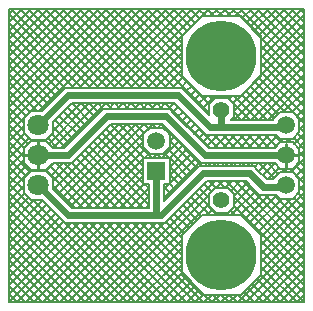
<source format=gbr>
%TF.GenerationSoftware,Altium Limited,Altium Designer,21.8.1 (53)*%
G04 Layer_Physical_Order=1*
G04 Layer_Color=255*
%FSLAX43Y43*%
%MOMM*%
%TF.SameCoordinates,0F9CA4FB-8759-410D-9958-79F17413BB1C*%
%TF.FilePolarity,Positive*%
%TF.FileFunction,Copper,L1,Top,Signal*%
%TF.Part,Single*%
G01*
G75*
%TA.AperFunction,NonConductor*%
%ADD10C,0.203*%
%ADD11C,0.254*%
%TA.AperFunction,Conductor*%
%ADD12C,0.600*%
%ADD13C,0.400*%
%TA.AperFunction,ComponentPad*%
%ADD14C,1.800*%
%ADD15C,1.500*%
%ADD16R,1.500X1.500*%
%TA.AperFunction,ViaPad*%
%ADD17C,6.000*%
%TA.AperFunction,ComponentPad*%
%ADD18C,1.400*%
D10*
X24421Y25357D02*
X25517Y24261D01*
X23703Y25357D02*
X25517Y23543D01*
X22985Y25357D02*
X25517Y22825D01*
X22266Y25357D02*
X25517Y22106D01*
X21856Y21137D02*
X25517Y24799D01*
X21856Y22574D02*
X24639Y25357D01*
X21856Y21856D02*
X25357Y25357D01*
X21718Y23155D02*
X23921Y25357D01*
X25140D02*
X25517Y24980D01*
X21856Y21856D02*
X25357Y25357D01*
X21856Y20739D02*
X25517Y17077D01*
X21856Y20021D02*
X25517Y16359D01*
X21856Y21458D02*
X25517Y17796D01*
X23750Y16566D02*
X25517Y18333D01*
X22431Y15965D02*
X25517Y19052D01*
X21856Y19700D02*
X25517Y23362D01*
X21856Y19662D02*
Y23018D01*
Y20419D02*
X25517Y24081D01*
X21856Y22176D02*
X25517Y18514D01*
X21856Y22894D02*
X25517Y19233D01*
X21359Y23514D02*
X23202Y25357D01*
X21548D02*
X25517Y21388D01*
X21000Y23874D02*
X22484Y25357D01*
X20829D02*
X25517Y20669D01*
X20111Y25357D02*
X25517Y19951D01*
X20641Y24233D02*
X21765Y25357D01*
X20178Y24696D02*
X21856Y23018D01*
X20054Y24696D02*
X21856Y22894D01*
X20178Y17984D02*
X21856Y19662D01*
X20140Y17984D02*
X21856Y19700D01*
X20276Y15965D02*
X25517Y21207D01*
X20994Y15965D02*
X25517Y20488D01*
X19557Y15965D02*
X25517Y21925D01*
X21712Y15965D02*
X25517Y19770D01*
X21676Y19482D02*
X25517Y15640D01*
X21316Y19123D02*
X23874Y16566D01*
X19556Y16682D02*
X25517Y22644D01*
X20957Y18764D02*
X23301Y16420D01*
X20598Y18405D02*
X22942Y16060D01*
X25106Y15766D02*
X25517Y16178D01*
X25106Y15048D02*
X25517Y15460D01*
X24870Y16249D02*
X25517Y16896D01*
X25106Y15334D02*
X25517Y14922D01*
X24960Y14761D02*
X25517Y14204D01*
X24553Y16566D02*
X25106Y16013D01*
Y14907D02*
Y16013D01*
X24468Y16566D02*
X25517Y17615D01*
X24553Y14354D02*
X25106Y14907D01*
X23930Y14354D02*
X24259Y14026D01*
X24677Y13901D02*
X25517Y14741D01*
X25037Y13542D02*
X25517Y14023D01*
X24600Y14402D02*
X25517Y13485D01*
X25106Y13179D02*
X25517Y12767D01*
X25106Y12892D02*
X25517Y13304D01*
X24083Y14026D02*
X24412Y14354D01*
X24553Y14026D02*
X25106Y13473D01*
Y12367D02*
Y13473D01*
X23447Y16566D02*
X24553D01*
X23148Y14654D02*
X23447Y14354D01*
X22912Y14654D02*
X23540Y14026D01*
X23447D02*
X24553D01*
X23447Y14354D02*
X24553D01*
X22894Y16013D02*
X23447Y16566D01*
X20239Y18045D02*
X22319Y15965D01*
X19318D02*
X22894D01*
X22193Y14654D02*
X23134Y13713D01*
X17843Y14654D02*
X23148D01*
X22915Y13576D02*
X23694Y14354D01*
X22997Y13576D02*
X23447Y14026D01*
X22197Y13576D02*
X23211Y14590D01*
X17412Y12264D02*
X22997D01*
X17412Y13576D02*
X22997D01*
X20760D02*
X21838Y14654D01*
X20757D02*
X21835Y13576D01*
X21478D02*
X22556Y14654D01*
X21475D02*
X22553Y13576D01*
X19393Y25357D02*
X20054Y24696D01*
X19667D02*
X20328Y25357D01*
X18948Y24696D02*
X19610Y25357D01*
X20281Y24592D02*
X21047Y25357D01*
X16822Y17984D02*
X20178D01*
X17511Y24696D02*
X18173Y25357D01*
X17956D02*
X18618Y24696D01*
X17237Y25357D02*
X17899Y24696D01*
X18674Y25357D02*
X19336Y24696D01*
X18230D02*
X18892Y25357D01*
X19125Y17688D02*
X19421Y17984D01*
X19484Y17329D02*
X20140Y17984D01*
X18863D02*
X20882Y15965D01*
X19581Y17984D02*
X21601Y15965D01*
X17972Y17786D02*
X19028D01*
X17426Y17984D02*
X17799Y17612D01*
X16904Y16904D02*
X17984Y17984D01*
X16904Y16904D02*
X17984Y17984D01*
X18504Y17786D02*
X18703Y17984D01*
X18144D02*
X18343Y17786D01*
X16519Y25357D02*
X17181Y24696D01*
X15800Y25357D02*
X16642Y24516D01*
X15082Y25357D02*
X16283Y24156D01*
X16822Y24696D02*
X20178D01*
X15144Y23018D02*
X16822Y24696D01*
X14364Y25357D02*
X15924Y23797D01*
X15144Y19662D02*
Y23018D01*
X14345Y18656D02*
X15248Y19559D01*
X14497Y18656D02*
X15152D01*
X14497D02*
X15152D01*
X15826Y17982D02*
X16326Y18481D01*
X15480Y18328D02*
X17444Y16363D01*
X15144Y19662D02*
X16822Y17984D01*
X16545Y17263D02*
X17266Y17984D01*
X16185Y17622D02*
X16685Y18122D01*
X15467Y18341D02*
X15966Y18840D01*
X15064Y18656D02*
X15607Y19199D01*
X15152Y18656D02*
X15480Y18328D01*
X15152Y18656D02*
X15480Y18328D01*
X19556Y16202D02*
Y17258D01*
Y16573D02*
X20164Y15965D01*
X19028Y17786D02*
X19556Y17258D01*
X19382Y16029D02*
X19445Y15965D01*
X19318D02*
X19556Y16202D01*
X17444Y17258D02*
X17972Y17786D01*
X17444Y16363D02*
Y17258D01*
X17263Y16545D02*
X17444Y16726D01*
X17187Y14654D02*
X17843D01*
X17187D02*
X17843D01*
X19320D02*
X20398Y13576D01*
X19323D02*
X20401Y14654D01*
X18605Y13576D02*
X19683Y14654D01*
X20041Y13576D02*
X21120Y14654D01*
X20038D02*
X21116Y13576D01*
X17290Y13698D02*
X18246Y14654D01*
X17883D02*
X18961Y13576D01*
X16931Y14057D02*
X17528Y14654D01*
X18601D02*
X19680Y13576D01*
X17886D02*
X18964Y14654D01*
X15494Y15494D02*
X15920Y15920D01*
X15494Y15494D02*
X15920Y15920D01*
X14497Y17344D02*
X16859Y14982D01*
X16212Y14775D02*
X16639Y15202D01*
X15853Y15134D02*
X16280Y15561D01*
X14416Y16571D02*
X14843Y16998D01*
X14108Y16880D02*
X14436Y16552D01*
X14108Y16880D02*
X14436Y16552D01*
X15134Y15853D02*
X15561Y16280D01*
X14775Y16212D02*
X15202Y16639D01*
X16859Y14982D02*
X17187Y14654D01*
X14474Y17344D02*
X18243Y13576D01*
X14436Y16552D02*
X17412Y13576D01*
X16756Y12264D02*
X17412D01*
X16756D02*
X17412D01*
X16859Y14982D02*
X17187Y14654D01*
X16571Y14416D02*
X16998Y14843D01*
X14106Y14106D02*
X14510Y14510D01*
X14106Y13612D02*
Y14718D01*
X25106Y12460D02*
X25517Y12048D01*
X24553Y11814D02*
X25106Y12367D01*
X24417Y11486D02*
X25517Y12586D01*
X24793Y12054D02*
X25517Y11330D01*
X23447Y11486D02*
X24553D01*
X23596Y11814D02*
X23925Y11486D01*
X22997Y12264D02*
X23447Y11814D01*
X23699Y11486D02*
X24028Y11814D01*
X23447D02*
X24553D01*
X25106Y10019D02*
X25517Y10431D01*
Y483D02*
Y25357D01*
X24314Y11814D02*
X25517Y10611D01*
X25106Y10305D02*
X25517Y9893D01*
X24985Y9707D02*
X25517Y9175D01*
X24844Y11194D02*
X25517Y11867D01*
X25106Y10737D02*
X25517Y11149D01*
X24553Y11486D02*
X25106Y10933D01*
Y9827D02*
Y10933D01*
X24553Y9274D02*
X25106Y9827D01*
X22428Y12264D02*
X23327Y11365D01*
X22025Y11249D02*
X23019Y12243D01*
X21709Y12264D02*
X22968Y11006D01*
X22894Y10933D02*
X23447Y11486D01*
X22363Y10911D02*
X22894D01*
X21306Y11967D02*
X21604Y12264D01*
X21666Y11608D02*
X22322Y12264D01*
X21220Y12054D02*
X21548Y11726D01*
X22363Y10911D01*
X21220Y12054D02*
X21548Y11726D01*
X22405Y10911D02*
X23378Y11883D01*
X20358Y10742D02*
X25517Y5583D01*
X19639Y10742D02*
X25517Y4864D01*
X21856Y6050D02*
X25517Y9712D01*
X18921Y10742D02*
X25517Y4146D01*
X21379Y9927D02*
X21707Y9599D01*
X20564Y10742D02*
X21379Y9927D01*
X21707Y9599D01*
X19350Y7856D02*
X21401Y9906D01*
X22937Y9599D02*
X25517Y7019D01*
X22219Y9599D02*
X25517Y6301D01*
X21856Y5332D02*
X25517Y8994D01*
X21856Y3177D02*
X25517Y6838D01*
X21856Y3895D02*
X25517Y7557D01*
X23122Y9599D02*
X23447Y9274D01*
X24626Y9348D02*
X25517Y8456D01*
X22363Y9599D02*
X23122D01*
X23981Y9274D02*
X25517Y7738D01*
X23447Y9274D02*
X24553D01*
X22754Y483D02*
X25517Y3246D01*
X23472Y483D02*
X25517Y2528D01*
X22035Y483D02*
X25517Y3965D01*
X24909Y483D02*
X25517Y1091D01*
X24191Y483D02*
X25517Y1809D01*
X21856Y5652D02*
X25517Y1990D01*
X21856Y4934D02*
X25517Y1272D01*
X21856Y2822D02*
Y6178D01*
Y3497D02*
X24870Y483D01*
X21856Y4215D02*
X25517Y554D01*
X20842Y7192D02*
X23186Y9536D01*
X21201Y6832D02*
X23643Y9274D01*
X19556Y9389D02*
X25517Y3427D01*
X21856Y4613D02*
X25517Y8275D01*
X21560Y6473D02*
X24361Y9274D01*
X21707Y9599D02*
X22363D01*
X21707D02*
X22363D01*
X20069Y7856D02*
X21813Y9599D01*
X20482Y7551D02*
X22531Y9599D01*
X20178Y7856D02*
X21856Y6178D01*
X19880Y483D02*
X25517Y6120D01*
X20598Y483D02*
X25517Y5402D01*
X19556Y8671D02*
X25517Y2709D01*
X21834Y2800D02*
X24152Y483D01*
X21317D02*
X25517Y4683D01*
X21475Y2441D02*
X23433Y483D01*
X20178Y1144D02*
X21856Y2822D01*
X21115Y2082D02*
X22715Y483D01*
X20756Y1723D02*
X21996Y483D01*
X19956Y12054D02*
X20167Y12264D01*
X20272D02*
X20483Y12054D01*
X19554Y12264D02*
X19765Y12054D01*
X20564D02*
X21220D01*
X20564D02*
X21220D01*
X18117Y12264D02*
X18328Y12054D01*
X18519D02*
X18730Y12264D01*
X17801Y12054D02*
X18012Y12264D01*
X19238Y12054D02*
X19449Y12264D01*
X18836D02*
X19046Y12054D01*
X20675D02*
X20885Y12264D01*
X20991D02*
X21202Y12054D01*
X19266Y9927D02*
X20082Y10742D01*
X19556Y8779D02*
X21041Y10265D01*
X19556Y9498D02*
X20682Y10624D01*
X18202Y10742D02*
X18779Y10166D01*
X18787D02*
X19363Y10742D01*
X18068Y10166D02*
X18645Y10742D01*
X19028Y10166D02*
X19556Y9638D01*
X17972Y10166D02*
X19028D01*
X17083Y12054D02*
X17293Y12264D01*
X17399D02*
X17610Y12054D01*
X16627D02*
X17283D01*
X20564D01*
X16627D02*
X17283D01*
X16428Y12592D02*
X16756Y12264D01*
X16428Y12592D02*
X16756Y12264D01*
X14106Y11950D02*
X15588Y13433D01*
X16299Y11726D02*
X16627Y12054D01*
X16299Y11726D02*
X16627Y12054D01*
X17283Y10742D02*
X20564D01*
X17484D02*
X18061Y10166D01*
X17024Y10484D02*
X17657Y9851D01*
X17444Y9638D02*
X17972Y10166D01*
X16665Y10125D02*
X17444Y9345D01*
X14106Y12684D02*
X15682Y11108D01*
X14106Y11232D02*
X15947Y13073D01*
X14106Y10529D02*
X14604Y10030D01*
X14106Y11965D02*
X15322Y10749D01*
X19556Y8582D02*
Y9638D01*
X19028Y8054D02*
X19556Y8582D01*
X18017Y8054D02*
X18215Y7856D01*
X18632D02*
X18831Y8054D01*
X17972D02*
X19028D01*
X17444Y8627D02*
X18017Y8054D01*
X17444Y8582D02*
X17972Y8054D01*
X17444Y8582D02*
Y9638D01*
X17913Y7856D02*
X18112Y8054D01*
X17195Y7856D02*
X17683Y8344D01*
X19241Y8267D02*
X19652Y7856D01*
X20397Y1364D02*
X21278Y483D01*
X19162D02*
X19823Y1144D01*
X19898D02*
X20559Y483D01*
X19179Y1144D02*
X19841Y483D01*
X18735Y8054D02*
X18934Y7856D01*
X17742Y1144D02*
X18404Y483D01*
X17725D02*
X18387Y1144D01*
X18461D02*
X19123Y483D01*
X18443D02*
X19105Y1144D01*
X16306Y9765D02*
X17444Y8627D01*
X15946Y9406D02*
X17497Y7856D01*
X15587Y9047D02*
X16800Y7834D01*
X16822Y7856D02*
X20178D01*
X15144Y6178D02*
X16822Y7856D01*
X15228Y8688D02*
X16441Y7475D01*
X14869Y8328D02*
X16082Y7115D01*
X14510Y7969D02*
X15723Y6756D01*
X15144Y2822D02*
Y6178D01*
X14150Y7610D02*
X15364Y6397D01*
X16288Y483D02*
X16950Y1144D01*
X17006Y483D02*
X17668Y1144D01*
X15144Y3024D02*
X17024Y1144D01*
X17686Y483D01*
X16822Y1144D02*
X20178D01*
X15144Y2822D02*
X16822Y1144D01*
X14133Y483D02*
X15808Y2158D01*
X15569Y483D02*
X16527Y1440D01*
X14851Y483D02*
X16168Y1799D01*
X13645Y25357D02*
X15565Y23438D01*
X12927Y25357D02*
X15205Y23079D01*
X10035Y18656D02*
X16736Y25357D01*
X12190Y18656D02*
X15144Y21610D01*
X10753Y18656D02*
X17455Y25357D01*
X12208D02*
X15144Y22421D01*
X11490Y25357D02*
X15144Y21703D01*
X10771Y25357D02*
X15144Y20984D01*
X11471Y18656D02*
X15144Y22329D01*
X10053Y25357D02*
X15144Y20266D01*
X12908Y18656D02*
X15144Y20892D01*
X13627Y18656D02*
X15144Y20173D01*
X9335Y25357D02*
X17444Y17248D01*
X13037Y17344D02*
X13502Y16880D01*
X12569D02*
X13034Y17344D01*
X11132Y16880D02*
X11597Y17344D01*
X11600D02*
X12065Y16880D01*
X10882Y17344D02*
X11347Y16880D01*
X12319Y17344D02*
X12783Y16880D01*
X11851D02*
X12315Y17344D01*
X6461Y25357D02*
X13163Y18656D01*
X7161D02*
X13863Y25357D01*
X6442Y18656D02*
X13144Y25357D01*
X5868Y18656D02*
X14497D01*
X483Y25357D02*
X25517D01*
X4306D02*
X11007Y18656D01*
X5024Y25357D02*
X11726Y18656D01*
X3587Y25357D02*
X10289Y18656D01*
X5743Y25357D02*
X12444Y18656D01*
X5724D02*
X12426Y25357D01*
X7898D02*
X14600Y18656D01*
X8598D02*
X15300Y25357D01*
X7879Y18656D02*
X14581Y25357D01*
X9316Y18656D02*
X16018Y25357D01*
X8616D02*
X17444Y16529D01*
X483Y14851D02*
X10989Y25357D01*
X483Y15569D02*
X10271Y25357D01*
X7179D02*
X13881Y18656D01*
X3066Y16716D02*
X11707Y25357D01*
X13452Y16880D02*
X14108D01*
X14006D02*
X14471Y17344D01*
X13452Y16880D02*
X14108D01*
X14106Y14106D02*
X14510Y14510D01*
X14052Y14771D02*
X14151Y14870D01*
X13287Y16880D02*
X13752Y17344D01*
X13115Y15271D02*
X13413Y15568D01*
X12658D02*
X12956Y15271D01*
X13693Y15130D02*
X13792Y15229D01*
X13553Y15271D02*
X14106Y14718D01*
X13756Y17344D02*
X17524Y13576D01*
X13452Y15568D02*
X16428Y12592D01*
X13449Y12731D02*
X14870Y14151D01*
X14106Y12669D02*
X15229Y13792D01*
X13553Y13059D02*
X14106Y13612D01*
X12731Y12731D02*
X13059Y13059D01*
X13641Y13148D02*
X14059Y12731D01*
X12731D02*
X13059Y13059D01*
X13012D02*
X13340Y12731D01*
X12447Y13059D02*
X13553D01*
X9155Y16880D02*
X13452D01*
X11939Y15568D02*
X12342Y15166D01*
X5868Y17344D02*
X14497D01*
X12447Y15271D02*
X13553D01*
X9155Y15568D02*
X13452D01*
X9695Y16880D02*
X10160Y17344D01*
X10163D02*
X10628Y16880D01*
X9445Y17344D02*
X9910Y16880D01*
X11221Y15568D02*
X11983Y14806D01*
X10414Y16880D02*
X10879Y17344D01*
X11894Y14718D02*
X12447Y15271D01*
X11894Y13612D02*
X12447Y13059D01*
X9784Y15568D02*
X12622Y12731D01*
X12012D02*
X12394Y13113D01*
X11894Y12731D02*
X14106D01*
X10503Y15568D02*
X11894Y14177D01*
X9110Y15524D02*
X11904Y12731D01*
X11894Y12613D02*
X12012Y12731D01*
X11894Y13612D02*
Y14718D01*
X1432Y25357D02*
X8134Y18656D01*
X2150Y25357D02*
X8852Y18656D01*
X714Y25357D02*
X7415Y18656D01*
X5212D02*
X5868D01*
X2869Y25357D02*
X9571Y18656D01*
X4884Y18328D02*
X5212Y18656D01*
X483Y22715D02*
X4877Y18320D01*
X483Y23433D02*
X5260Y18656D01*
X5212D02*
X5868D01*
X4884Y18328D02*
X5212Y18656D01*
X8008Y17344D02*
X8486Y16867D01*
X7290Y17344D02*
X8127Y16507D01*
X4955Y13576D02*
X8723Y17344D01*
X8977Y16880D02*
X9442Y17344D01*
X8727D02*
X9191Y16880D01*
X483Y21278D02*
X4159Y17602D01*
X483Y20559D02*
X3799Y17243D01*
X483Y21996D02*
X4518Y17961D01*
X6571Y17344D02*
X7768Y16148D01*
X3272Y16716D02*
X4884Y18328D01*
X483Y20598D02*
X5242Y25357D01*
X483Y19880D02*
X5960Y25357D01*
X483Y21317D02*
X4523Y25357D01*
X483Y24870D02*
X6697Y18656D01*
X483Y19162D02*
X6678Y25357D01*
X483Y24191D02*
X1650Y25357D01*
X483Y23472D02*
X2368Y25357D01*
X483Y24909D02*
X931Y25357D01*
X483Y22035D02*
X3805Y25357D01*
X483Y22754D02*
X3086Y25357D01*
X483Y17725D02*
X8115Y25357D01*
X483Y17006D02*
X8834Y25357D01*
X483Y18443D02*
X7397Y25357D01*
X483Y24152D02*
X5979Y18656D01*
X483Y16288D02*
X9552Y25357D01*
X483Y19123D02*
X2890Y16716D01*
X483Y19841D02*
X3440Y16884D01*
X483Y17686D02*
X1912Y16256D01*
X483Y18404D02*
X2272Y16615D01*
X8171Y16552D02*
X8499Y16880D01*
X8171Y16552D02*
X8499Y16880D01*
X5860Y17337D02*
X7408Y15789D01*
X8499Y16880D02*
X9155D01*
X8499D02*
X9155D01*
X5501Y16978D02*
X7049Y15430D01*
X4256Y15032D02*
X6568Y17344D01*
X4256Y15732D02*
X5868Y17344D01*
X5142Y16619D02*
X6690Y15070D01*
X4256Y14832D02*
Y15732D01*
X4236Y13576D02*
X8005Y17344D01*
X5195Y13576D02*
X8171Y16552D01*
X3873Y13931D02*
X7287Y17344D01*
X6179Y12592D02*
X9155Y15568D01*
X4783Y16259D02*
X6331Y14711D01*
X4424Y15900D02*
X5972Y14352D01*
X4256Y15350D02*
X5612Y13993D01*
X4155Y14732D02*
X5253Y13634D01*
X4228Y13576D02*
X5195D01*
X3796Y14372D02*
X4593Y13576D01*
X2372Y16716D02*
X3272D01*
X3628Y14204D02*
X4256Y14832D01*
X1744D02*
X2372Y14204D01*
Y14176D02*
X3628D01*
X2372Y14204D02*
X3628D01*
X1744Y16088D02*
X2372Y16716D01*
X483Y16249D02*
X1744Y14987D01*
X483Y16967D02*
X1744Y15706D01*
Y14832D02*
Y16088D01*
X483Y14133D02*
X1744Y15394D01*
X3628Y14176D02*
X4228Y13576D01*
X1744Y13548D02*
X2372Y14176D01*
X483Y12696D02*
X2182Y14395D01*
X483Y14812D02*
X1746Y13549D01*
X483Y15531D02*
X2105Y13908D01*
X483Y14094D02*
X1744Y12832D01*
X483Y13414D02*
X1823Y14754D01*
X14106Y14121D02*
X16400Y11826D01*
X14001Y13507D02*
X16041Y11467D01*
X13376Y15568D02*
X16891Y12054D01*
X14106Y11247D02*
X14963Y10389D01*
X14106Y10519D02*
Y12731D01*
X11894Y10585D02*
X11960Y10519D01*
X11894D02*
X12344D01*
X11894D02*
Y12731D01*
X13656Y10519D02*
X14106D01*
X11960D02*
X12344Y10135D01*
X13656Y9345D02*
X16666Y12355D01*
X13656Y9082D02*
X16299Y11726D01*
X13656Y10063D02*
X16306Y12714D01*
X14053Y7512D02*
X17283Y10742D01*
X13656Y10260D02*
X14245Y9671D01*
X13656Y9082D02*
Y10519D01*
X12344Y8496D02*
Y10519D01*
X10651Y8496D02*
X12344Y10189D01*
X13656Y9542D02*
X13885Y9312D01*
X11369Y8496D02*
X12344Y9471D01*
X7673Y14087D02*
X12344Y9416D01*
X5745Y8619D02*
X12695Y15568D01*
X5386Y8978D02*
X11976Y15568D01*
X7314Y13728D02*
X12344Y8698D01*
X6340Y8496D02*
X11894Y14050D01*
X8751Y15165D02*
X11894Y12021D01*
X8392Y14805D02*
X11894Y11303D01*
X5026Y9337D02*
X11258Y15568D01*
X8033Y14446D02*
X11894Y10585D01*
X6955Y13369D02*
X11828Y8496D01*
X9214D02*
X11894Y11176D01*
X7667Y483D02*
X17927Y10742D01*
X7059Y8496D02*
X12035Y13472D01*
X9932Y8496D02*
X11956Y10519D01*
X8385Y483D02*
X17444Y9542D01*
X8496Y8496D02*
X11894Y11894D01*
X7777Y8496D02*
X11894Y12613D01*
X8496Y8496D02*
X11894Y11894D01*
X2578Y9124D02*
X11220Y483D01*
X13069Y7184D02*
X13328D01*
X13069D02*
X13328D01*
X13069D02*
X13328D01*
X13725D01*
X13328D02*
X13725D01*
X12672D02*
X13069D01*
X12672D02*
X13069D01*
X12088Y8496D02*
X12344Y8752D01*
X13069Y7184D02*
X13328D01*
X12672D02*
X13069D01*
X11702D02*
X15144Y3742D01*
X11977Y483D02*
X15144Y3650D01*
X11259Y483D02*
X15144Y4368D01*
X13414Y483D02*
X15449Y2518D01*
X12696Y483D02*
X15144Y2931D01*
X13725Y7184D02*
X14053Y7512D01*
X13791Y7251D02*
X15144Y5898D01*
X13725Y7184D02*
X14053Y7512D01*
X13139Y7184D02*
X15144Y5179D01*
X12421Y7184D02*
X15144Y4461D01*
X6230Y483D02*
X12932Y7184D01*
X6673D02*
X13375Y483D01*
X5868Y7184D02*
X12672D01*
X10984D02*
X15144Y3024D01*
X483Y483D02*
X25517D01*
X5868Y8496D02*
X12344D01*
X5237Y7184D02*
X11938Y483D01*
X4793D02*
X11495Y7184D01*
X5955D02*
X12657Y483D01*
X5512D02*
X12213Y7184D01*
X9104Y483D02*
X17444Y8823D01*
X9547Y7184D02*
X16249Y483D01*
X8829Y7184D02*
X15531Y483D01*
X10540D02*
X15144Y5087D01*
X10266Y7184D02*
X16967Y483D01*
X7392Y7184D02*
X14094Y483D01*
X6948D02*
X13650Y7184D01*
X9822Y483D02*
X15144Y5805D01*
X8110Y7184D02*
X14812Y483D01*
X5851Y12264D02*
X6179Y12592D01*
X5851Y12264D02*
X6179Y12592D01*
X4256Y10721D02*
X5799Y12264D01*
X5195D02*
X5851D01*
X5195D02*
X5851D01*
X3680Y11583D02*
X4362Y12264D01*
X4040Y11224D02*
X5080Y12264D01*
X3628Y11664D02*
X4228Y12264D01*
X4256Y10108D02*
Y11008D01*
X4228Y12264D02*
X5195D01*
X4667Y9696D02*
X10539Y15568D01*
X6596Y13009D02*
X11110Y8496D01*
X4308Y10055D02*
X9821Y15568D01*
X6237Y12650D02*
X10391Y8496D01*
X5877Y12291D02*
X9673Y8496D01*
X4467Y12264D02*
X8236Y8496D01*
X5186Y12264D02*
X8954Y8496D01*
X3988Y12025D02*
X7518Y8496D01*
X4256Y10321D02*
X6081Y8496D01*
X3629Y11666D02*
X6799Y8496D01*
X2372Y11664D02*
X3628D01*
X1744Y12292D02*
X2372Y11664D01*
Y11636D02*
X3628D01*
X1744Y11008D02*
X2372Y11636D01*
X1744Y12292D02*
Y13548D01*
X483Y11977D02*
X1744Y13239D01*
X483Y13375D02*
X2297Y11561D01*
X483Y11259D02*
X1744Y12521D01*
X483Y12657D02*
X1938Y11201D01*
X3628Y11636D02*
X4256Y11008D01*
X483Y9822D02*
X2349Y11688D01*
X483Y10540D02*
X1989Y12047D01*
X483Y9104D02*
X1744Y10365D01*
X483Y10502D02*
X10502Y483D01*
X483Y11938D02*
X1744Y10677D01*
X483Y483D02*
Y25357D01*
X1744Y9752D02*
Y11008D01*
X483Y11220D02*
X1744Y9958D01*
X4256Y10108D02*
X5868Y8496D01*
X4884Y7512D02*
X5212Y7184D01*
X483Y1919D02*
X5748Y7184D01*
X5212D02*
X5868D01*
X5212D02*
X5868D01*
X2372Y9124D02*
X3272D01*
X4884Y7512D01*
X1744Y9752D02*
X2372Y9124D01*
X4884Y7512D02*
X5212Y7184D01*
X483Y1162D02*
X1162Y483D01*
X1919D02*
X8621Y7184D01*
X2638Y483D02*
X9340Y7184D01*
X1201Y483D02*
X7903Y7184D01*
X4075Y483D02*
X10777Y7184D01*
X3356Y483D02*
X10058Y7184D01*
X483Y483D02*
X7184Y7184D01*
X483Y6909D02*
X6909Y483D01*
X483D02*
X7184Y7184D01*
X483Y5473D02*
X5473Y483D01*
X483Y6191D02*
X6191Y483D01*
X483Y4075D02*
X4402Y7994D01*
X483Y3356D02*
X4761Y7635D01*
X483Y4793D02*
X4043Y8354D01*
X483Y1201D02*
X6466Y7184D01*
X483Y2638D02*
X5121Y7276D01*
X483Y7667D02*
X2156Y9340D01*
X483Y6948D02*
X2659Y9124D01*
X483Y8385D02*
X1797Y9700D01*
X483Y5512D02*
X3684Y8713D01*
X483Y6230D02*
X3325Y9072D01*
X483Y9065D02*
X9065Y483D01*
X483Y8346D02*
X8346Y483D01*
X483Y9783D02*
X9783Y483D01*
X483Y4754D02*
X4754Y483D01*
X483Y7628D02*
X7628Y483D01*
X483Y3317D02*
X3317Y483D01*
X483Y4036D02*
X4036Y483D01*
X483Y1881D02*
X1881Y483D01*
X483Y2599D02*
X2599Y483D01*
D11*
X24000Y12920D02*
Y13924D01*
Y12920D02*
X25004D01*
X24000Y11916D02*
Y12920D01*
X3000D02*
Y14074D01*
X1846Y12920D02*
X3000D01*
Y11766D02*
Y12920D01*
D12*
X5523D02*
X8827Y16224D01*
X13780D01*
X3000Y12920D02*
X5523D01*
X13000Y11625D02*
Y11650D01*
Y7840D02*
Y11625D01*
X5540Y7840D02*
X13000D01*
X3000Y10380D02*
X5540Y7840D01*
X13780Y16224D02*
X17084Y12920D01*
X5540Y18000D02*
X14824D01*
X17515Y15309D01*
X23849D01*
X17084Y12920D02*
X24000D01*
X3000Y15460D02*
X5540Y18000D01*
X22035Y10255D02*
X23875D01*
X23849Y15309D02*
X24000Y15460D01*
X18500Y15415D02*
Y16730D01*
X13000Y7840D02*
X13397D01*
X16955Y11398D02*
X20892D01*
X13397Y7840D02*
X16955Y11398D01*
X20892D02*
X22035Y10255D01*
D13*
X23875D02*
X24000Y10380D01*
D14*
X3000Y15460D02*
D03*
Y12920D02*
D03*
Y10380D02*
D03*
D15*
X13000Y14165D02*
D03*
X24000Y12920D02*
D03*
Y10380D02*
D03*
Y15460D02*
D03*
D16*
X13000Y11625D02*
D03*
D17*
X18500Y21340D02*
D03*
Y4500D02*
D03*
D18*
Y16730D02*
D03*
Y9110D02*
D03*
%TF.MD5,364ce2d79ef32bc8537fe606486e2760*%
M02*

</source>
